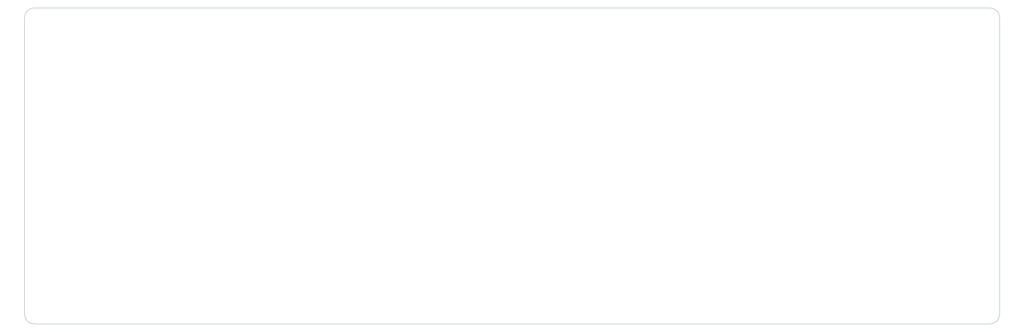
<source format=gbr>
G04 #@! TF.GenerationSoftware,KiCad,Pcbnew,(6.0.11-0)*
G04 #@! TF.CreationDate,2023-10-02T19:13:40+09:00*
G04 #@! TF.ProjectId,clavis,636c6176-6973-42e6-9b69-6361645f7063,rev?*
G04 #@! TF.SameCoordinates,Original*
G04 #@! TF.FileFunction,Profile,NP*
%FSLAX46Y46*%
G04 Gerber Fmt 4.6, Leading zero omitted, Abs format (unit mm)*
G04 Created by KiCad (PCBNEW (6.0.11-0)) date 2023-10-02 19:13:40*
%MOMM*%
%LPD*%
G01*
G04 APERTURE LIST*
G04 #@! TA.AperFunction,Profile*
%ADD10C,0.100000*%
G04 #@! TD*
G04 APERTURE END LIST*
D10*
X323637500Y-20250000D02*
X323637500Y-113050000D01*
X22287500Y-116050000D02*
X320637500Y-116050000D01*
X323637500Y-20250000D02*
G75*
G03*
X320637500Y-17250000I-3000000J0D01*
G01*
X22287500Y-17250000D02*
G75*
G03*
X19287500Y-20250000I0J-3000000D01*
G01*
X19287500Y-113050000D02*
G75*
G03*
X22287500Y-116050000I3000000J0D01*
G01*
X320637500Y-17250000D02*
X22287500Y-17250000D01*
X19287500Y-20250000D02*
X19287500Y-113050000D01*
X320637500Y-116050000D02*
G75*
G03*
X323637500Y-113050000I0J3000000D01*
G01*
M02*

</source>
